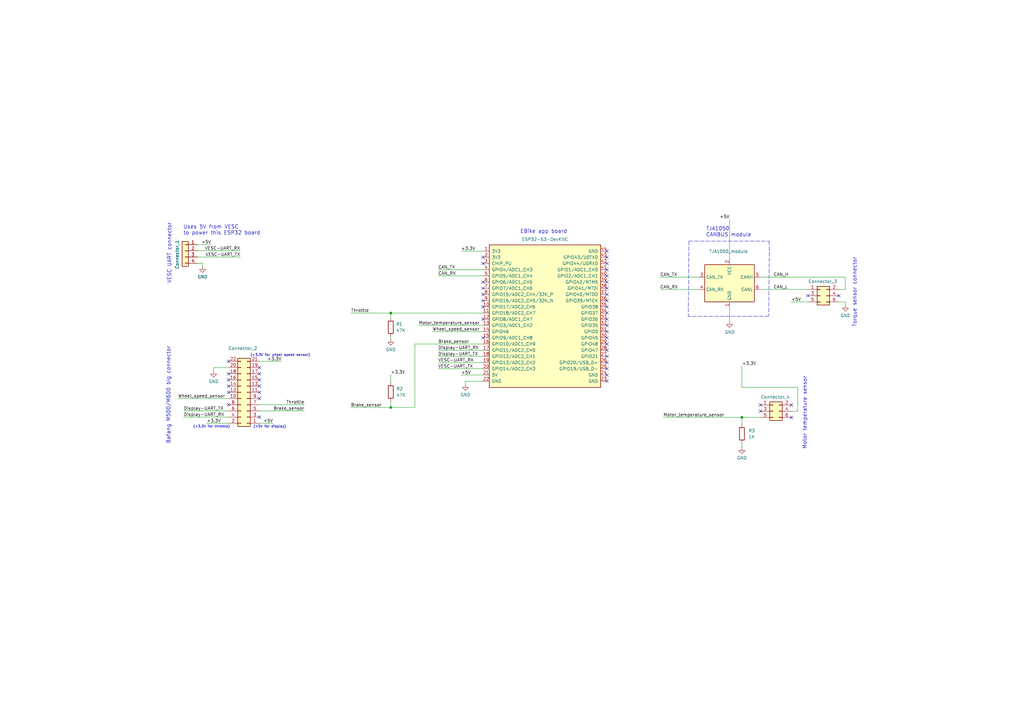
<source format=kicad_sch>
(kicad_sch (version 20211123) (generator eeschema)
  (paper "A3")
  (lib_symbols
    (symbol "Connector_Generic:Conn_01x04" (pin_names (offset 1.016) hide)
      (property "Reference" "J" (at 0 5.08 0))
      (property "Value" "Conn_01x04" (at 0 -7.62 0))
      (symbol "Conn_01x04_1_1"
        (rectangle (start -1.27 -4.953) (end 0 -5.207) (stroke (width 0.1524)))
        (rectangle (start -1.27 -2.413) (end 0 -2.667) (stroke (width 0.1524)))
        (rectangle (start -1.27 0.127) (end 0 -0.127) (stroke (width 0.1524)))
        (rectangle (start -1.27 2.667) (end 0 2.413) (stroke (width 0.1524)))
        (rectangle (start -1.27 3.81) (end 1.27 -6.35) (stroke (width 0.254)) (fill (type background)))
        (pin passive line (at -5.08 2.54 0) (length 3.81) (name "Pin_1") (number "1"))
        (pin passive line (at -5.08 0 0) (length 3.81) (name "Pin_2") (number "2"))
        (pin passive line (at -5.08 -2.54 0) (length 3.81) (name "Pin_3") (number "3"))
        (pin passive line (at -5.08 -5.08 0) (length 3.81) (name "Pin_4") (number "4"))
      )
    )
    (symbol "Connector_Generic:Conn_02x03_Odd_Even" (pin_names (offset 1.016) hide)
      (property "Reference" "J" (at 1.27 5.08 0))
      (property "Value" "Conn_02x03_Odd_Even" (at 1.27 -5.08 0))
      (symbol "Conn_02x03_Odd_Even_1_1"
        (rectangle (start -1.27 -2.413) (end 0 -2.667) (stroke (width 0.1524)))
        (rectangle (start -1.27 0.127) (end 0 -0.127) (stroke (width 0.1524)))
        (rectangle (start -1.27 2.667) (end 0 2.413) (stroke (width 0.1524)))
        (rectangle (start -1.27 3.81) (end 3.81 -3.81) (stroke (width 0.254)) (fill (type background)))
        (rectangle (start 3.81 -2.413) (end 2.54 -2.667) (stroke (width 0.1524)))
        (rectangle (start 3.81 0.127) (end 2.54 -0.127) (stroke (width 0.1524)))
        (rectangle (start 3.81 2.667) (end 2.54 2.413) (stroke (width 0.1524)))
        (pin passive line (at -5.08 2.54 0) (length 3.81) (name "Pin_1") (number "1"))
        (pin passive line (at 7.62 2.54 180) (length 3.81) (name "Pin_2") (number "2"))
        (pin passive line (at -5.08 0 0) (length 3.81) (name "Pin_3") (number "3"))
        (pin passive line (at 7.62 0 180) (length 3.81) (name "Pin_4") (number "4"))
        (pin passive line (at -5.08 -2.54 0) (length 3.81) (name "Pin_5") (number "5"))
        (pin passive line (at 7.62 -2.54 180) (length 3.81) (name "Pin_6") (number "6"))
      )
    )
    (symbol "Connector_Generic:Conn_02x11_Odd_Even" (pin_names (offset 1.016) hide)
      (property "Reference" "J" (at 1.27 15.24 0))
      (property "Value" "Conn_02x11_Odd_Even" (at 1.27 -15.24 0))
      (symbol "Conn_02x11_Odd_Even_1_1"
        (rectangle (start -1.27 -12.573) (end 0 -12.827) (stroke (width 0.1524)))
        (rectangle (start -1.27 -10.033) (end 0 -10.287) (stroke (width 0.1524)))
        (rectangle (start -1.27 -7.493) (end 0 -7.747) (stroke (width 0.1524)))
        (rectangle (start -1.27 -4.953) (end 0 -5.207) (stroke (width 0.1524)))
        (rectangle (start -1.27 -2.413) (end 0 -2.667) (stroke (width 0.1524)))
        (rectangle (start -1.27 0.127) (end 0 -0.127) (stroke (width 0.1524)))
        (rectangle (start -1.27 2.667) (end 0 2.413) (stroke (width 0.1524)))
        (rectangle (start -1.27 5.207) (end 0 4.953) (stroke (width 0.1524)))
        (rectangle (start -1.27 7.747) (end 0 7.493) (stroke (width 0.1524)))
        (rectangle (start -1.27 10.287) (end 0 10.033) (stroke (width 0.1524)))
        (rectangle (start -1.27 12.827) (end 0 12.573) (stroke (width 0.1524)))
        (rectangle (start -1.27 13.97) (end 3.81 -13.97) (stroke (width 0.254)) (fill (type background)))
        (rectangle (start 3.81 -12.573) (end 2.54 -12.827) (stroke (width 0.1524)))
        (rectangle (start 3.81 -10.033) (end 2.54 -10.287) (stroke (width 0.1524)))
        (rectangle (start 3.81 -7.493) (end 2.54 -7.747) (stroke (width 0.1524)))
        (rectangle (start 3.81 -4.953) (end 2.54 -5.207) (stroke (width 0.1524)))
        (rectangle (start 3.81 -2.413) (end 2.54 -2.667) (stroke (width 0.1524)))
        (rectangle (start 3.81 0.127) (end 2.54 -0.127) (stroke (width 0.1524)))
        (rectangle (start 3.81 2.667) (end 2.54 2.413) (stroke (width 0.1524)))
        (rectangle (start 3.81 5.207) (end 2.54 4.953) (stroke (width 0.1524)))
        (rectangle (start 3.81 7.747) (end 2.54 7.493) (stroke (width 0.1524)))
        (rectangle (start 3.81 10.287) (end 2.54 10.033) (stroke (width 0.1524)))
        (rectangle (start 3.81 12.827) (end 2.54 12.573) (stroke (width 0.1524)))
        (pin passive line (at -5.08 12.7 0) (length 3.81) (name "Pin_1") (number "1"))
        (pin passive line (at 7.62 2.54 180) (length 3.81) (name "Pin_10") (number "10"))
        (pin passive line (at -5.08 0 0) (length 3.81) (name "Pin_11") (number "11"))
        (pin passive line (at 7.62 0 180) (length 3.81) (name "Pin_12") (number "12"))
        (pin passive line (at -5.08 -2.54 0) (length 3.81) (name "Pin_13") (number "13"))
        (pin passive line (at 7.62 -2.54 180) (length 3.81) (name "Pin_14") (number "14"))
        (pin passive line (at -5.08 -5.08 0) (length 3.81) (name "Pin_15") (number "15"))
        (pin passive line (at 7.62 -5.08 180) (length 3.81) (name "Pin_16") (number "16"))
        (pin passive line (at -5.08 -7.62 0) (length 3.81) (name "Pin_17") (number "17"))
        (pin passive line (at 7.62 -7.62 180) (length 3.81) (name "Pin_18") (number "18"))
        (pin passive line (at -5.08 -10.16 0) (length 3.81) (name "Pin_19") (number "19"))
        (pin passive line (at 7.62 12.7 180) (length 3.81) (name "Pin_2") (number "2"))
        (pin passive line (at 7.62 -10.16 180) (length 3.81) (name "Pin_20") (number "20"))
        (pin passive line (at -5.08 -12.7 0) (length 3.81) (name "Pin_21") (number "21"))
        (pin passive line (at 7.62 -12.7 180) (length 3.81) (name "Pin_22") (number "22"))
        (pin passive line (at -5.08 10.16 0) (length 3.81) (name "Pin_3") (number "3"))
        (pin passive line (at 7.62 10.16 180) (length 3.81) (name "Pin_4") (number "4"))
        (pin passive line (at -5.08 7.62 0) (length 3.81) (name "Pin_5") (number "5"))
        (pin passive line (at 7.62 7.62 180) (length 3.81) (name "Pin_6") (number "6"))
        (pin passive line (at -5.08 5.08 0) (length 3.81) (name "Pin_7") (number "7"))
        (pin passive line (at 7.62 5.08 180) (length 3.81) (name "Pin_8") (number "8"))
        (pin passive line (at -5.08 2.54 0) (length 3.81) (name "Pin_9") (number "9"))
      )
    )
    (symbol "Device:R" (pin_numbers hide) (pin_names (offset 0))
      (property "Reference" "R" (at 2.032 0 90))
      (property "Value" "R" (at 0 0 90))
      (symbol "R_0_1"
        (rectangle (start -1.016 -2.54) (end 1.016 2.54) (stroke (width 0.254)))
      )
      (symbol "R_1_1"
        (pin passive line (at 0 3.81 270) (length 1.27) (name "~") (number "1"))
        (pin passive line (at 0 -3.81 90) (length 1.27) (name "~") (number "2"))
      )
    )
    (symbol "Espressif:ESP32-S3-DevKitC" (pin_names (offset 1.016))
      (property "Reference" "U" (at -22.86 33.02 0))
      (property "Value" "ESP32-S3-DevKitC" (at -22.86 30.48 0))
      (symbol "ESP32-S3-DevKitC_0_0"
        (pin bidirectional line (at -25.4 -7.62 0) (length 2.54) (name "GPIO46") (number "14"))
        (pin bidirectional line (at -25.4 -20.32 0) (length 2.54) (name "GPIO13/ADC2_CH2") (number "19"))
        (pin power_in line (at -25.4 22.86 0) (length 2.54) (name "3V3") (number "2"))
        (pin bidirectional line (at 25.4 12.7 180) (length 2.54) (name "GPIO42/MTMS") (number "39"))
        (pin bidirectional line (at 25.4 15.24 180) (length 2.54) (name "GPIO2/ADC1_CH1") (number "40"))
        (pin bidirectional line (at 25.4 17.78 180) (length 2.54) (name "GPIO1/ADC1_CH0") (number "41"))
        (pin bidirectional line (at 25.4 20.32 180) (length 2.54) (name "GPIO44/U0RXD") (number "42"))
        (pin bidirectional line (at 25.4 22.86 180) (length 2.54) (name "GPIO43/U0TXD") (number "43"))
        (pin power_in line (at 25.4 25.4 180) (length 2.54) (name "GND") (number "44"))
      )
      (symbol "ESP32-S3-DevKitC_0_1"
        (rectangle (start -22.86 27.94) (end 22.86 -30.48) (stroke (width 0.254)) (fill (type background)))
      )
      (symbol "ESP32-S3-DevKitC_1_1"
        (pin power_in line (at -25.4 25.4 0) (length 2.54) (name "3V3") (number "1"))
        (pin bidirectional line (at -25.4 2.54 0) (length 2.54) (name "GPIO17/ADC2_CH6") (number "10"))
        (pin bidirectional line (at -25.4 0 0) (length 2.54) (name "GPIO18/ADC2_CH7") (number "11"))
        (pin bidirectional line (at -25.4 -2.54 0) (length 2.54) (name "GPIO8/ADC1_CH7") (number "12"))
        (pin bidirectional line (at -25.4 -5.08 0) (length 2.54) (name "GPIO3/ADC1_CH2") (number "13"))
        (pin bidirectional line (at -25.4 -10.16 0) (length 2.54) (name "GPIO9/ADC1_CH8") (number "15"))
        (pin bidirectional line (at -25.4 -12.7 0) (length 2.54) (name "GPIO10/ADC1_CH9") (number "16"))
        (pin bidirectional line (at -25.4 -15.24 0) (length 2.54) (name "GPIO11/ADC2_CH0") (number "17"))
        (pin bidirectional line (at -25.4 -17.78 0) (length 2.54) (name "GPIO12/ADC2_CH1") (number "18"))
        (pin bidirectional line (at -25.4 -22.86 0) (length 2.54) (name "GPIO14/ADC2_CH3") (number "20"))
        (pin power_in line (at -25.4 -25.4 0) (length 2.54) (name "5V") (number "21"))
        (pin power_in line (at -25.4 -27.94 0) (length 2.54) (name "GND") (number "22"))
        (pin power_in line (at 25.4 -27.94 180) (length 2.54) (name "GND") (number "23"))
        (pin power_in line (at 25.4 -25.4 180) (length 2.54) (name "GND") (number "24"))
        (pin bidirectional line (at 25.4 -22.86 180) (length 2.54) (name "GPIO19/USB_D-") (number "25"))
        (pin bidirectional line (at 25.4 -20.32 180) (length 2.54) (name "GPIO20/USB_D+") (number "26"))
        (pin bidirectional line (at 25.4 -17.78 180) (length 2.54) (name "GPIO21") (number "27"))
        (pin bidirectional line (at 25.4 -15.24 180) (length 2.54) (name "GPIO47") (number "28"))
        (pin bidirectional line (at 25.4 -12.7 180) (length 2.54) (name "GPIO48") (number "29"))
        (pin input line (at -25.4 20.32 0) (length 2.54) (name "CHIP_PU") (number "3"))
        (pin bidirectional line (at 25.4 -10.16 180) (length 2.54) (name "GPIO45") (number "30"))
        (pin bidirectional line (at 25.4 -7.62 180) (length 2.54) (name "GPIO0") (number "31"))
        (pin bidirectional line (at 25.4 -5.08 180) (length 2.54) (name "GPIO35") (number "32"))
        (pin bidirectional line (at 25.4 -2.54 180) (length 2.54) (name "GPIO36") (number "33"))
        (pin bidirectional line (at 25.4 0 180) (length 2.54) (name "GPIO37") (number "34"))
        (pin bidirectional line (at 25.4 2.54 180) (length 2.54) (name "GPIO38") (number "35"))
        (pin bidirectional line (at 25.4 5.08 180) (length 2.54) (name "GPIO39/MTCK") (number "36"))
        (pin bidirectional line (at 25.4 7.62 180) (length 2.54) (name "GPIO40/MTDO") (number "37"))
        (pin bidirectional line (at 25.4 10.16 180) (length 2.54) (name "GPIO41/MTDI") (number "38"))
        (pin bidirectional line (at -25.4 17.78 0) (length 2.54) (name "GPIO4/ADC1_CH3") (number "4"))
        (pin bidirectional line (at -25.4 15.24 0) (length 2.54) (name "GPIO5/ADC1_CH4") (number "5"))
        (pin bidirectional line (at -25.4 12.7 0) (length 2.54) (name "GPIO6/ADC1_CH5") (number "6"))
        (pin bidirectional line (at -25.4 10.16 0) (length 2.54) (name "GPIO7/ADC1_CH6") (number "7"))
        (pin bidirectional line (at -25.4 7.62 0) (length 2.54) (name "GPIO15/ADC2_CH4/32K_P") (number "8"))
        (pin bidirectional line (at -25.4 5.08 0) (length 2.54) (name "GPIO16/ADC2_CH5/32K_N") (number "9"))
      )
    )
    (symbol "TJA1050:TJA1050_module"
      (property "Reference" "U" (at -10.16 8.89 0))
      (property "Value" "TJA1050_module" (at 2.54 8.89 0))
      (symbol "TJA1050_module_0_1"
        (rectangle (start -10.16 7.62) (end 10.16 -7.62) (stroke (width 0.254)) (fill (type background)))
      )
      (symbol "TJA1050_module_1_1"
        (pin power_in line (at 0 -10.16 90) (length 2.54) (name "GND") (number "1"))
        (pin power_in line (at 0 10.16 270) (length 2.54) (name "VCC") (number "2"))
        (pin input line (at -12.7 2.54 0) (length 2.54) (name "CAN_TX") (number "3"))
        (pin output line (at -12.7 -2.54 0) (length 2.54) (name "CAN_RX") (number "4"))
        (pin bidirectional line (at 12.7 2.54 180) (length 2.54) (name "CANH") (number "5"))
        (pin bidirectional line (at 12.7 -2.54 180) (length 2.54) (name "CANL") (number "6"))
      )
    )
    (symbol "power:GND" (power) (pin_names (offset 0))
      (property "Value" "GND" (at 0 -3.81 0))
      (symbol "GND_0_1"
        (polyline (pts (xy 0 0) (xy 0 -1.27) (xy 1.27 -1.27) (xy 0 -2.54) (xy -1.27 -1.27) (xy 0 -1.27)))
      )
      (symbol "GND_1_1"
        (pin power_in line (at 0 0 270) (length 0) hide (name "GND") (number "1"))
      )
    )
  )
  (junction (at 304.292 171.196))
  (junction (at 160.274 167.132))
  (junction (at 160.274 128.397))
  (no_connect (at 311.912 166.116))
  (no_connect (at 106.426 163.449))
  (no_connect (at 106.426 160.909))
  (no_connect (at 106.426 158.369))
  (no_connect (at 106.426 171.069))
  (no_connect (at 198.12 115.697))
  (no_connect (at 198.12 138.557))
  (no_connect (at 248.92 113.157))
  (no_connect (at 198.12 105.537))
  (no_connect (at 198.12 108.077))
  (no_connect (at 198.12 120.777))
  (no_connect (at 198.12 123.317))
  (no_connect (at 198.12 125.857))
  (no_connect (at 198.12 130.937))
  (no_connect (at 248.92 110.617))
  (no_connect (at 248.92 102.997))
  (no_connect (at 248.92 105.537))
  (no_connect (at 248.92 108.077))
  (no_connect (at 248.92 156.337))
  (no_connect (at 248.92 148.717))
  (no_connect (at 248.92 151.257))
  (no_connect (at 248.92 153.797))
  (no_connect (at 248.92 123.317))
  (no_connect (at 248.92 125.857))
  (no_connect (at 248.92 128.397))
  (no_connect (at 248.92 130.937))
  (no_connect (at 248.92 133.477))
  (no_connect (at 248.92 136.017))
  (no_connect (at 248.92 138.557))
  (no_connect (at 248.92 141.097))
  (no_connect (at 248.92 143.637))
  (no_connect (at 248.92 146.177))
  (no_connect (at 248.92 115.697))
  (no_connect (at 248.92 118.237))
  (no_connect (at 248.92 120.777))
  (no_connect (at 198.12 118.237))
  (no_connect (at 331.343 121.285))
  (no_connect (at 344.043 121.285))
  (no_connect (at 93.726 148.209))
  (no_connect (at 93.726 153.289))
  (no_connect (at 106.426 153.289))
  (no_connect (at 106.426 150.749))
  (no_connect (at 106.426 155.829))
  (no_connect (at 93.726 155.829))
  (no_connect (at 93.726 165.989))
  (no_connect (at 93.726 160.909))
  (no_connect (at 93.726 158.369))
  (no_connect (at 324.612 166.116))
  (no_connect (at 324.612 171.196))
  (no_connect (at 311.912 168.656))
  (wire (pts (xy 160.274 167.132) (xy 170.18 167.132)))
  (wire (pts (xy 346.71 123.825) (xy 346.71 125.095)))
  (wire (pts (xy 304.292 181.737) (xy 304.292 183.515)))
  (wire (pts (xy 160.274 156.972) (xy 160.274 153.67)))
  (wire (pts (xy 311.912 171.196) (xy 304.292 171.196)))
  (polyline (pts (xy 282.575 98.8822) (xy 282.321 129.794)))
  (wire (pts (xy 299.212 126.365) (xy 299.212 131.826)))
  (wire (pts (xy 160.274 128.397) (xy 160.274 130.429)))
  (wire (pts (xy 106.426 148.209) (xy 115.443 148.209)))
  (wire (pts (xy 81.026 102.87) (xy 98.552 102.87)))
  (wire (pts (xy 160.274 128.397) (xy 198.12 128.397)))
  (wire (pts (xy 75.311 171.069) (xy 93.726 171.069)))
  (wire (pts (xy 198.12 153.797) (xy 189.103 153.797)))
  (wire (pts (xy 344.043 123.825) (xy 346.71 123.825)))
  (wire (pts (xy 87.63 150.749) (xy 87.63 152.146)))
  (wire (pts (xy 73.025 163.449) (xy 93.726 163.449)))
  (wire (pts (xy 171.704 133.477) (xy 198.12 133.477)))
  (polyline (pts (xy 282.575 98.8822) (xy 315.5188 98.8822)))
  (wire (pts (xy 179.705 113.157) (xy 198.12 113.157)))
  (wire (pts (xy 346.71 113.665) (xy 346.71 118.745)))
  (wire (pts (xy 170.18 141.097) (xy 198.12 141.097)))
  (wire (pts (xy 179.705 151.257) (xy 198.12 151.257)))
  (wire (pts (xy 177.419 136.017) (xy 198.12 136.017)))
  (wire (pts (xy 179.705 148.717) (xy 198.12 148.717)))
  (wire (pts (xy 304.292 158.877) (xy 327.152 158.877)))
  (wire (pts (xy 179.705 110.617) (xy 198.12 110.617)))
  (wire (pts (xy 190.881 156.337) (xy 190.881 157.607)))
  (wire (pts (xy 81.026 100.33) (xy 86.614 100.33)))
  (wire (pts (xy 346.71 118.745) (xy 344.043 118.745)))
  (wire (pts (xy 327.152 158.877) (xy 327.152 168.656)))
  (wire (pts (xy 143.891 128.397) (xy 160.274 128.397)))
  (wire (pts (xy 327.152 168.656) (xy 324.612 168.656)))
  (wire (pts (xy 170.18 141.097) (xy 170.18 167.132)))
  (wire (pts (xy 143.891 167.132) (xy 160.274 167.132)))
  (wire (pts (xy 198.12 156.337) (xy 190.881 156.337)))
  (wire (pts (xy 304.292 171.196) (xy 304.292 174.117)))
  (wire (pts (xy 270.764 118.745) (xy 286.512 118.745)))
  (wire (pts (xy 179.705 146.177) (xy 198.12 146.177)))
  (wire (pts (xy 304.292 171.196) (xy 272.034 171.196)))
  (wire (pts (xy 299.212 106.045) (xy 299.212 89.916)))
  (polyline (pts (xy 315.341 129.7432) (xy 282.321 129.794)))
  (wire (pts (xy 93.726 150.749) (xy 87.63 150.749)))
  (wire (pts (xy 83.058 107.95) (xy 83.058 109.22)))
  (wire (pts (xy 124.841 165.989) (xy 106.426 165.989)))
  (wire (pts (xy 324.485 123.825) (xy 331.343 123.825)))
  (wire (pts (xy 93.726 173.609) (xy 84.709 173.609)))
  (wire (pts (xy 106.426 173.609) (xy 112.014 173.609)))
  (wire (pts (xy 81.026 105.41) (xy 98.552 105.41)))
  (wire (pts (xy 311.912 113.665) (xy 346.71 113.665)))
  (wire (pts (xy 160.274 138.049) (xy 160.274 139.065)))
  (polyline (pts (xy 315.5188 98.8822) (xy 315.3156 129.3876)))
  (wire (pts (xy 311.912 118.745) (xy 331.343 118.745)))
  (wire (pts (xy 160.274 164.592) (xy 160.274 167.132)))
  (wire (pts (xy 81.026 107.95) (xy 83.058 107.95)))
  (wire (pts (xy 75.311 168.529) (xy 93.726 168.529)))
  (wire (pts (xy 198.12 102.997) (xy 189.103 102.997)))
  (wire (pts (xy 270.764 113.665) (xy 286.512 113.665)))
  (wire (pts (xy 179.705 143.637) (xy 198.12 143.637)))
  (wire (pts (xy 304.292 150.114) (xy 304.292 158.877)))
  (wire (pts (xy 124.841 168.529) (xy 106.426 168.529)))
  (text "(+3.3V for wheel speed sensor)" (at 127.254 146.304 180) (effects (font (size 1 1)) (justify right bottom)))
  (text "TJA1050\nCANBUS module" (at 289.56 97.282 0) (effects (font (size 1.524 1.524)) (justify left bottom)))
  (text "EBike app board" (at 213.36 95.885 0) (effects (font (size 1.524 1.524)) (justify left bottom)))
  (text "Torque sensor connector" (at 351.409 134.239 90) (effects (font (size 1.524 1.524)) (justify left bottom)))
  (text "VESC UART connector" (at 70.358 116.332 90) (effects (font (size 1.524 1.524)) (justify left bottom)))
  (text "(+3.3V for throttle)" (at 94.361 175.641 180) (effects (font (size 1 1)) (justify right bottom)))
  (text "Bafang M500/M600 big connector" (at 69.977 141.986 270) (effects (font (size 1.524 1.524)) (justify right bottom)))
  (text "(+5V for display)" (at 117.348 175.641 180) (effects (font (size 1 1)) (justify right bottom)))
  (text "Uses 5V from VESC\nto power this ESP32 board" (at 75.184 96.52 0) (effects (font (size 1.524 1.524)) (justify left bottom)))
  (text "Motor temperature sensor" (at 330.962 154.305 270) (effects (font (size 1.524 1.524)) (justify right bottom)))
  (label "VESC-UART_TX" (at 98.552 105.41 180))
  (label "Throttle" (at 124.841 165.989 180))
  (label "Wheel_speed_sensor" (at 73.025 163.449 0))
  (label "CAN_L" (at 317.246 118.745 0))
  (label "Motor_temperature_sensor" (at 171.704 133.477 0))
  (label "Display-UART_TX" (at 75.311 168.529 0))
  (label "VESC-UART_TX" (at 179.705 151.257 0))
  (label "+3.3V" (at 160.274 153.67 0))
  (label "+5V" (at 324.485 123.825 0))
  (label "+5V" (at 189.103 153.797 0))
  (label "+3.3V" (at 84.709 173.609 0))
  (label "+3.3V" (at 189.103 102.997 0))
  (label "+5V" (at 86.614 100.33 180))
  (label "+5V" (at 299.212 89.916 180))
  (label "CAN_RX" (at 179.705 113.157 0))
  (label "Brake_sensor" (at 124.841 168.529 180))
  (label "Display-UART_RX" (at 179.705 143.637 0))
  (label "CAN_H" (at 317.246 113.665 0))
  (label "VESC-UART_RX" (at 98.552 102.87 180))
  (label "Display-UART_TX" (at 179.705 146.177 0))
  (label "Throttle" (at 143.891 128.397 0))
  (label "CAN_TX" (at 179.705 110.617 0))
  (label "CAN_TX" (at 270.764 113.665 0))
  (label "Brake_sensor" (at 179.705 141.097 0))
  (label "CAN_RX" (at 270.764 118.745 0))
  (label "+5V" (at 112.014 173.609 180))
  (label "+3.3V" (at 304.292 150.114 0))
  (label "VESC-UART_RX" (at 179.705 148.717 0))
  (label "+3.3V" (at 115.443 148.209 180))
  (label "Display-UART_RX" (at 75.311 171.069 0))
  (label "Motor_temperature_sensor" (at 272.034 171.196 0))
  (label "Brake_sensor" (at 143.891 167.132 0))
  (label "Wheel_speed_sensor" (at 177.419 136.017 0))
  (symbol (lib_id "Device:R") (at 160.274 160.782 0) (unit 1)
    (property "Reference" "R2" (at 162.56 159.5119 0) (effects (justify left)))
    (property "Value" "47K" (at 162.56 162.0519 0) (effects (justify left)))
  )
  (symbol (lib_id "power:GND") (at 160.274 139.065 0) (unit 1)
    (property "Reference" "#PWR?" (effects hide))
    (property "Value" "GND" (at 160.274 143.383 0))
  )
  (symbol (lib_id "power:GND") (at 304.292 183.515 0) (unit 1)
    (property "Reference" "#PWR07" (effects hide))
    (property "Value" "GND" (at 304.292 187.833 0))
  )
  (symbol (lib_id "Connector_Generic:Conn_01x04") (at 75.946 102.87 0) (mirror y) (unit 1)
    (property "Reference" "J3" (effects hide))
    (property "Value" "Connector_1" (at 72.644 104.394 90))
  )
  (symbol (lib_id "Connector_Generic:Conn_02x11_Odd_Even") (at 101.346 160.909 180) (unit 1)
    (property "Reference" "Connector_2" (at 99.568 142.875 0))
    (property "Value" "Conn_02x11_Odd_Even" (effects hide))
  )
  (symbol (lib_id "Device:R") (at 304.292 177.927 0) (unit 1)
    (property "Reference" "R3" (at 306.959 176.6569 0) (effects (justify left)))
    (property "Value" "1K" (at 306.959 179.1969 0) (effects (justify left)))
  )
  (symbol (lib_id "Connector_Generic:Conn_02x03_Odd_Even") (at 316.992 168.656 0) (unit 1)
    (property "Reference" "Connector_4" (at 318.008 162.814 0))
    (property "Value" "Conn_02x03_Odd_Even" (effects hide))
  )
  (symbol (lib_id "power:GND") (at 299.212 131.826 0) (unit 1)
    (property "Reference" "#PWR03" (effects hide))
    (property "Value" "GND" (at 299.339 136.2202 0))
  )
  (symbol (lib_id "TJA1050:TJA1050_module") (at 299.212 116.205 0) (unit 1)
    (property "Reference" "U2" (effects hide))
    (property "Value" "TJA1050_module" (at 290.83 103.124 0) (effects (justify left)))
  )
  (symbol (lib_id "power:GND") (at 83.058 109.22 0) (unit 1)
    (property "Reference" "#PWR05" (effects hide))
    (property "Value" "GND" (at 83.058 113.538 0))
  )
  (symbol (lib_id "Connector_Generic:Conn_02x03_Odd_Even") (at 336.423 121.285 0) (unit 1)
    (property "Reference" "Connector_3" (at 337.439 115.443 0))
    (property "Value" "Conn_02x03_Odd_Even" (effects hide))
  )
  (symbol (lib_id "Device:R") (at 160.274 134.239 0) (unit 1)
    (property "Reference" "R1" (at 162.433 132.9689 0) (effects (justify left)))
    (property "Value" "47K" (at 162.433 135.5089 0) (effects (justify left)))
  )
  (symbol (lib_id "Espressif:ESP32-S3-DevKitC") (at 223.52 128.397 0) (unit 1)
    (property "Reference" "U1" (effects hide))
    (property "Value" "ESP32-S3-DevKitC" (at 223.52 98.171 0))
    (property "Footprint" "Espressif:ESP32-S3-DevKitC" (effects hide))
  )
  (symbol (lib_id "power:GND") (at 190.881 157.607 0) (unit 1)
    (property "Reference" "#PWR06" (effects hide))
    (property "Value" "GND" (at 190.881 161.925 0))
  )
  (symbol (lib_id "power:GND") (at 87.63 152.146 0) (unit 1)
    (property "Reference" "#PWR01" (effects hide))
    (property "Value" "GND" (at 87.63 156.464 0))
  )
  (symbol (lib_id "power:GND") (at 346.71 125.095 0) (mirror y) (unit 1)
    (property "Reference" "#PWR09" (effects hide))
    (property "Value" "GND" (at 346.71 129.413 0))
  )
)
</source>
